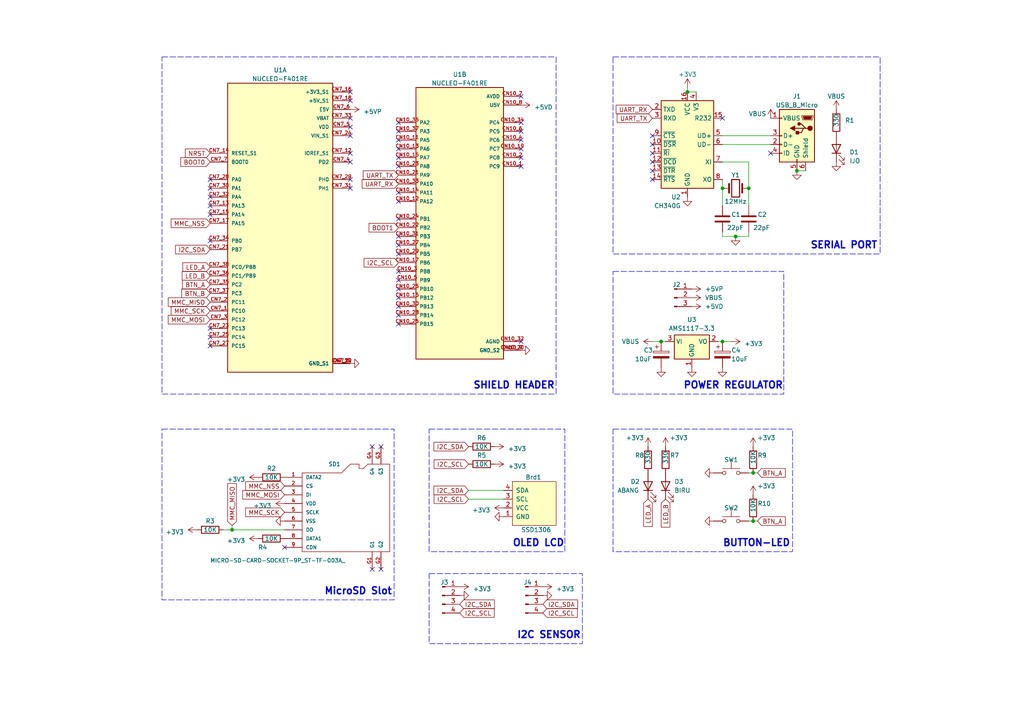
<source format=kicad_sch>
(kicad_sch (version 20230121) (generator eeschema)
  (paper "A4")
  (lib_symbols
    (symbol "Connector:Conn_01x03_Pin" (pin_names (offset 1.016) hide)
      (property "Reference" "J" (at 0 5.08 0))
      (property "Value" "Conn_01x03_Pin" (at 0 -5.08 0))
      (symbol "Conn_01x03_Pin_1_1"
        (polyline (pts (xy 1.27 -2.54) (xy 0.8636 -2.54)) (stroke (width 0.1524)))
        (polyline (pts (xy 1.27 0) (xy 0.8636 0)) (stroke (width 0.1524)))
        (polyline (pts (xy 1.27 2.54) (xy 0.8636 2.54)) (stroke (width 0.1524)))
        (rectangle (start 0.8636 -2.413) (end 0 -2.667) (stroke (width 0.1524)) (fill (type outline)))
        (rectangle (start 0.8636 0.127) (end 0 -0.127) (stroke (width 0.1524)) (fill (type outline)))
        (rectangle (start 0.8636 2.667) (end 0 2.413) (stroke (width 0.1524)) (fill (type outline)))
        (pin passive line (at 5.08 2.54 180) (length 3.81) (name "Pin_1") (number "1"))
        (pin passive line (at 5.08 0 180) (length 3.81) (name "Pin_2") (number "2"))
        (pin passive line (at 5.08 -2.54 180) (length 3.81) (name "Pin_3") (number "3"))
      )
    )
    (symbol "Connector:Conn_01x04_Pin" (pin_names (offset 1.016) hide)
      (property "Reference" "J" (at 0 5.08 0))
      (property "Value" "Conn_01x04_Pin" (at 0 -7.62 0))
      (symbol "Conn_01x04_Pin_1_1"
        (polyline (pts (xy 1.27 -5.08) (xy 0.8636 -5.08)) (stroke (width 0.1524)))
        (polyline (pts (xy 1.27 -2.54) (xy 0.8636 -2.54)) (stroke (width 0.1524)))
        (polyline (pts (xy 1.27 0) (xy 0.8636 0)) (stroke (width 0.1524)))
        (polyline (pts (xy 1.27 2.54) (xy 0.8636 2.54)) (stroke (width 0.1524)))
        (rectangle (start 0.8636 -4.953) (end 0 -5.207) (stroke (width 0.1524)) (fill (type outline)))
        (rectangle (start 0.8636 -2.413) (end 0 -2.667) (stroke (width 0.1524)) (fill (type outline)))
        (rectangle (start 0.8636 0.127) (end 0 -0.127) (stroke (width 0.1524)) (fill (type outline)))
        (rectangle (start 0.8636 2.667) (end 0 2.413) (stroke (width 0.1524)) (fill (type outline)))
        (pin passive line (at 5.08 2.54 180) (length 3.81) (name "Pin_1") (number "1"))
        (pin passive line (at 5.08 0 180) (length 3.81) (name "Pin_2") (number "2"))
        (pin passive line (at 5.08 -2.54 180) (length 3.81) (name "Pin_3") (number "3"))
        (pin passive line (at 5.08 -5.08 180) (length 3.81) (name "Pin_4") (number "4"))
      )
    )
    (symbol "Connector:USB_B_Micro" (pin_names (offset 1.016))
      (property "Reference" "J" (at -5.08 11.43 0))
      (property "Value" "USB_B_Micro" (at -5.08 8.89 0))
      (symbol "USB_B_Micro_0_1"
        (rectangle (start -5.08 -7.62) (end 5.08 7.62) (stroke (width 0.254)) (fill (type background)))
        (circle (center -3.81 2.159) (radius 0.635) (stroke (width 0.254)) (fill (type outline)))
        (circle (center -0.635 3.429) (radius 0.381) (stroke (width 0.254)) (fill (type outline)))
        (rectangle (start -0.127 -7.62) (end 0.127 -6.858))
        (polyline (pts (xy -1.905 2.159) (xy 0.635 2.159)) (stroke (width 0.254)))
        (polyline (pts (xy -3.175 2.159) (xy -2.54 2.159) (xy -1.27 3.429) (xy -0.635 3.429)) (stroke (width 0.254)))
        (polyline (pts (xy -2.54 2.159) (xy -1.905 2.159) (xy -1.27 0.889) (xy 0 0.889)) (stroke (width 0.254)))
        (polyline (pts (xy 0.635 2.794) (xy 0.635 1.524) (xy 1.905 2.159) (xy 0.635 2.794)) (stroke (width 0.254)) (fill (type outline)))
        (polyline (pts (xy -4.318 5.588) (xy -1.778 5.588) (xy -2.032 4.826) (xy -4.064 4.826) (xy -4.318 5.588)) (fill (type outline)))
        (polyline (pts (xy -4.699 5.842) (xy -4.699 5.588) (xy -4.445 4.826) (xy -4.445 4.572) (xy -1.651 4.572) (xy -1.651 4.826) (xy -1.397 5.588) (xy -1.397 5.842) (xy -4.699 5.842)))
        (rectangle (start 0.254 1.27) (end -0.508 0.508) (stroke (width 0.254)) (fill (type outline)))
        (rectangle (start 5.08 -5.207) (end 4.318 -4.953))
        (rectangle (start 5.08 -2.667) (end 4.318 -2.413))
        (rectangle (start 5.08 -0.127) (end 4.318 0.127))
        (rectangle (start 5.08 4.953) (end 4.318 5.207))
      )
      (symbol "USB_B_Micro_1_1"
        (pin power_out line (at 7.62 5.08 180) (length 2.54) (name "VBUS") (number "1"))
        (pin bidirectional line (at 7.62 -2.54 180) (length 2.54) (name "D-") (number "2"))
        (pin bidirectional line (at 7.62 0 180) (length 2.54) (name "D+") (number "3"))
        (pin passive line (at 7.62 -5.08 180) (length 2.54) (name "ID") (number "4"))
        (pin power_out line (at 0 -10.16 90) (length 2.54) (name "GND") (number "5"))
        (pin passive line (at -2.54 -10.16 90) (length 2.54) (name "Shield") (number "6"))
      )
    )
    (symbol "Device:C" (pin_numbers hide) (pin_names (offset 0.254))
      (property "Reference" "C" (at 0.635 2.54 0))
      (property "Value" "C" (at 0.635 -2.54 0))
      (symbol "C_0_1"
        (polyline (pts (xy -2.032 -0.762) (xy 2.032 -0.762)) (stroke (width 0.508)))
        (polyline (pts (xy -2.032 0.762) (xy 2.032 0.762)) (stroke (width 0.508)))
      )
      (symbol "C_1_1"
        (pin passive line (at 0 3.81 270) (length 2.794) (name "~") (number "1"))
        (pin passive line (at 0 -3.81 90) (length 2.794) (name "~") (number "2"))
      )
    )
    (symbol "Device:C_Polarized" (pin_numbers hide) (pin_names (offset 0.254))
      (property "Reference" "C" (at 0.635 2.54 0))
      (property "Value" "C_Polarized" (at 0.635 -2.54 0))
      (symbol "C_Polarized_0_1"
        (rectangle (start -2.286 0.508) (end 2.286 1.016))
        (polyline (pts (xy -1.778 2.286) (xy -0.762 2.286)))
        (polyline (pts (xy -1.27 2.794) (xy -1.27 1.778)))
        (rectangle (start 2.286 -0.508) (end -2.286 -1.016) (fill (type outline)))
      )
      (symbol "C_Polarized_1_1"
        (pin passive line (at 0 3.81 270) (length 2.794) (name "~") (number "1"))
        (pin passive line (at 0 -3.81 90) (length 2.794) (name "~") (number "2"))
      )
    )
    (symbol "Device:Crystal" (pin_numbers hide) (pin_names (offset 1.016) hide)
      (property "Reference" "Y" (at 0 3.81 0))
      (property "Value" "Crystal" (at 0 -3.81 0))
      (symbol "Crystal_0_1"
        (rectangle (start -1.143 2.54) (end 1.143 -2.54) (stroke (width 0.3048)))
        (polyline (pts (xy -2.54 0) (xy -1.905 0)))
        (polyline (pts (xy -1.905 -1.27) (xy -1.905 1.27)) (stroke (width 0.508)))
        (polyline (pts (xy 1.905 -1.27) (xy 1.905 1.27)) (stroke (width 0.508)))
        (polyline (pts (xy 2.54 0) (xy 1.905 0)))
      )
      (symbol "Crystal_1_1"
        (pin passive line (at -3.81 0 0) (length 1.27) (name "1") (number "1"))
        (pin passive line (at 3.81 0 180) (length 1.27) (name "2") (number "2"))
      )
    )
    (symbol "Device:LED" (pin_numbers hide) (pin_names (offset 1.016) hide)
      (property "Reference" "D" (at 0 2.54 0))
      (property "Value" "LED" (at 0 -2.54 0))
      (symbol "LED_0_1"
        (polyline (pts (xy -1.27 -1.27) (xy -1.27 1.27)) (stroke (width 0.254)))
        (polyline (pts (xy -1.27 0) (xy 1.27 0)))
        (polyline (pts (xy 1.27 -1.27) (xy 1.27 1.27) (xy -1.27 0) (xy 1.27 -1.27)) (stroke (width 0.254)))
        (polyline (pts (xy -3.048 -0.762) (xy -4.572 -2.286) (xy -3.81 -2.286) (xy -4.572 -2.286) (xy -4.572 -1.524)))
        (polyline (pts (xy -1.778 -0.762) (xy -3.302 -2.286) (xy -2.54 -2.286) (xy -3.302 -2.286) (xy -3.302 -1.524)))
      )
      (symbol "LED_1_1"
        (pin passive line (at -3.81 0 0) (length 2.54) (name "K") (number "1"))
        (pin passive line (at 3.81 0 180) (length 2.54) (name "A") (number "2"))
      )
    )
    (symbol "Device:R" (pin_numbers hide) (pin_names (offset 0))
      (property "Reference" "R" (at 2.032 0 90))
      (property "Value" "R" (at 0 0 90))
      (symbol "R_0_1"
        (rectangle (start -1.016 -2.54) (end 1.016 2.54) (stroke (width 0.254)))
      )
      (symbol "R_1_1"
        (pin passive line (at 0 3.81 270) (length 1.27) (name "~") (number "1"))
        (pin passive line (at 0 -3.81 90) (length 1.27) (name "~") (number "2"))
      )
    )
    (symbol "Interface_USB:CH340G"
      (property "Reference" "U" (at -5.08 13.97 0))
      (property "Value" "CH340G" (at 1.27 13.97 0))
      (symbol "CH340G_0_1"
        (rectangle (start -7.62 12.7) (end 7.62 -12.7) (stroke (width 0.254)) (fill (type background)))
      )
      (symbol "CH340G_1_1"
        (pin power_in line (at 0 -15.24 90) (length 2.54) (name "GND") (number "1"))
        (pin input line (at 10.16 0 180) (length 2.54) (name "~{DSR}") (number "10"))
        (pin input line (at 10.16 -2.54 180) (length 2.54) (name "~{RI}") (number "11"))
        (pin input line (at 10.16 -5.08 180) (length 2.54) (name "~{DCD}") (number "12"))
        (pin output line (at 10.16 -7.62 180) (length 2.54) (name "~{DTR}") (number "13"))
        (pin output line (at 10.16 -10.16 180) (length 2.54) (name "~{RTS}") (number "14"))
        (pin input line (at -10.16 7.62 0) (length 2.54) (name "R232") (number "15"))
        (pin power_in line (at 0 15.24 270) (length 2.54) (name "VCC") (number "16"))
        (pin output line (at 10.16 10.16 180) (length 2.54) (name "TXD") (number "2"))
        (pin input line (at 10.16 7.62 180) (length 2.54) (name "RXD") (number "3"))
        (pin passive line (at -2.54 15.24 270) (length 2.54) (name "V3") (number "4"))
        (pin bidirectional line (at -10.16 2.54 0) (length 2.54) (name "UD+") (number "5"))
        (pin bidirectional line (at -10.16 0 0) (length 2.54) (name "UD-") (number "6"))
        (pin input line (at -10.16 -5.08 0) (length 2.54) (name "XI") (number "7"))
        (pin output line (at -10.16 -10.16 0) (length 2.54) (name "XO") (number "8"))
        (pin input line (at 10.16 2.54 180) (length 2.54) (name "~{CTS}") (number "9"))
      )
    )
    (symbol "NUCLEO-F401RE:NUCLEO-F401RE" (pin_names (offset 1.016))
      (property "Reference" "U" (at -15.24 41.91 0))
      (property "Value" "NUCLEO-F401RE" (at -15.24 -44.45 0))
      (symbol "NUCLEO-F401RE_1_0"
        (rectangle (start -15.24 -43.18) (end 15.24 40.64) (stroke (width 0.254)) (fill (type background)))
        (pin bidirectional line (at -20.32 -25.4 0) (length 5.08) (name "PC10") (number "CN7_1"))
        (pin bidirectional line (at 20.32 20.32 180) (length 5.08) (name "IOREF_S1") (number "CN7_12"))
        (pin bidirectional line (at -20.32 5.08 0) (length 5.08) (name "PA13") (number "CN7_13"))
        (pin bidirectional line (at -20.32 20.32 0) (length 5.08) (name "RESET_S1") (number "CN7_14"))
        (pin bidirectional line (at -20.32 2.54 0) (length 5.08) (name "PA14") (number "CN7_15"))
        (pin power_in line (at 20.32 38.1 180) (length 5.08) (name "+3V3_S1") (number "CN7_16"))
        (pin bidirectional line (at -20.32 0 0) (length 5.08) (name "PA15") (number "CN7_17"))
        (pin power_in line (at 20.32 35.56 180) (length 5.08) (name "+5V_S1") (number "CN7_18"))
        (pin power_in line (at 20.32 -40.64 180) (length 5.08) (name "GND_S1") (number "CN7_19"))
        (pin bidirectional line (at -20.32 -22.86 0) (length 5.08) (name "PC11") (number "CN7_2"))
        (pin power_in line (at 20.32 -40.64 180) (length 5.08) (name "GND_S1") (number "CN7_20"))
        (pin bidirectional line (at -20.32 -7.62 0) (length 5.08) (name "PB7") (number "CN7_21"))
        (pin power_in line (at 20.32 -40.64 180) (length 5.08) (name "GND_S1") (number "CN7_22"))
        (pin bidirectional line (at -20.32 -30.48 0) (length 5.08) (name "PC13") (number "CN7_23"))
        (pin power_in line (at 20.32 25.4 180) (length 5.08) (name "VIN_S1") (number "CN7_24"))
        (pin bidirectional line (at -20.32 -33.02 0) (length 5.08) (name "PC14") (number "CN7_25"))
        (pin bidirectional line (at -20.32 -35.56 0) (length 5.08) (name "PC15") (number "CN7_27"))
        (pin bidirectional line (at -20.32 12.7 0) (length 5.08) (name "PA0") (number "CN7_28"))
        (pin bidirectional line (at 20.32 12.7 180) (length 5.08) (name "PH0") (number "CN7_29"))
        (pin bidirectional line (at -20.32 -27.94 0) (length 5.08) (name "PC12") (number "CN7_3"))
        (pin bidirectional line (at -20.32 10.16 0) (length 5.08) (name "PA1") (number "CN7_30"))
        (pin bidirectional line (at 20.32 10.16 180) (length 5.08) (name "PH1") (number "CN7_31"))
        (pin bidirectional line (at -20.32 7.62 0) (length 5.08) (name "PA4") (number "CN7_32"))
        (pin power_in line (at 20.32 30.48 180) (length 5.08) (name "VBAT") (number "CN7_33"))
        (pin bidirectional line (at -20.32 -5.08 0) (length 5.08) (name "PB0") (number "CN7_34"))
        (pin bidirectional line (at -20.32 -17.78 0) (length 5.08) (name "PC2") (number "CN7_35"))
        (pin bidirectional line (at -20.32 -15.24 0) (length 5.08) (name "PC1/PB9") (number "CN7_36"))
        (pin bidirectional line (at -20.32 -20.32 0) (length 5.08) (name "PC3") (number "CN7_37"))
        (pin bidirectional line (at -20.32 -12.7 0) (length 5.08) (name "PC0/PB8") (number "CN7_38"))
        (pin bidirectional line (at 20.32 17.78 180) (length 5.08) (name "PD2") (number "CN7_4"))
        (pin power_in line (at 20.32 27.94 180) (length 5.08) (name "VDD") (number "CN7_5"))
        (pin power_in line (at 20.32 33.02 180) (length 5.08) (name "E5V") (number "CN7_6"))
        (pin bidirectional line (at -20.32 17.78 0) (length 5.08) (name "BOOT0") (number "CN7_7"))
        (pin power_in line (at 20.32 -40.64 180) (length 5.08) (name "GND_S1") (number "CN7_8"))
      )
      (symbol "NUCLEO-F401RE_2_0"
        (rectangle (start -12.7 -40.64) (end 12.7 38.1) (stroke (width 0.254)) (fill (type background)))
        (pin bidirectional line (at 17.78 15.24 180) (length 5.08) (name "PC9") (number "CN10_1"))
        (pin bidirectional line (at -17.78 22.86 0) (length 5.08) (name "PA5") (number "CN10_11"))
        (pin bidirectional line (at -17.78 5.08 0) (length 5.08) (name "PA12") (number "CN10_12"))
        (pin bidirectional line (at -17.78 20.32 0) (length 5.08) (name "PA6") (number "CN10_13"))
        (pin bidirectional line (at -17.78 7.62 0) (length 5.08) (name "PA11") (number "CN10_14"))
        (pin bidirectional line (at -17.78 17.78 0) (length 5.08) (name "PA7") (number "CN10_15"))
        (pin bidirectional line (at -17.78 -22.86 0) (length 5.08) (name "PB12") (number "CN10_16"))
        (pin bidirectional line (at -17.78 -12.7 0) (length 5.08) (name "PB6") (number "CN10_17"))
        (pin bidirectional line (at 17.78 20.32 180) (length 5.08) (name "PC7") (number "CN10_19"))
        (pin bidirectional line (at 17.78 17.78 180) (length 5.08) (name "PC8") (number "CN10_2"))
        (pin power_in line (at 17.78 -38.1 180) (length 5.08) (name "GND_S2") (number "CN10_20"))
        (pin bidirectional line (at -17.78 12.7 0) (length 5.08) (name "PA9") (number "CN10_21"))
        (pin bidirectional line (at -17.78 -2.54 0) (length 5.08) (name "PB2") (number "CN10_22"))
        (pin bidirectional line (at -17.78 15.24 0) (length 5.08) (name "PA8") (number "CN10_23"))
        (pin bidirectional line (at -17.78 0 0) (length 5.08) (name "PB1") (number "CN10_24"))
        (pin bidirectional line (at -17.78 -20.32 0) (length 5.08) (name "PB10") (number "CN10_25"))
        (pin bidirectional line (at -17.78 -30.48 0) (length 5.08) (name "PB15") (number "CN10_26"))
        (pin bidirectional line (at -17.78 -7.62 0) (length 5.08) (name "PB4") (number "CN10_27"))
        (pin bidirectional line (at -17.78 -27.94 0) (length 5.08) (name "PB14") (number "CN10_28"))
        (pin bidirectional line (at -17.78 -10.16 0) (length 5.08) (name "PB5") (number "CN10_29"))
        (pin bidirectional line (at -17.78 -15.24 0) (length 5.08) (name "PB8") (number "CN10_3"))
        (pin bidirectional line (at -17.78 -25.4 0) (length 5.08) (name "PB13") (number "CN10_30"))
        (pin bidirectional line (at -17.78 -5.08 0) (length 5.08) (name "PB3") (number "CN10_31"))
        (pin power_in line (at 17.78 -35.56 180) (length 5.08) (name "AGND") (number "CN10_32"))
        (pin bidirectional line (at -17.78 10.16 0) (length 5.08) (name "PA10") (number "CN10_33"))
        (pin bidirectional line (at 17.78 27.94 180) (length 5.08) (name "PC4") (number "CN10_34"))
        (pin bidirectional line (at -17.78 27.94 0) (length 5.08) (name "PA2") (number "CN10_35"))
        (pin bidirectional line (at -17.78 25.4 0) (length 5.08) (name "PA3") (number "CN10_37"))
        (pin bidirectional line (at 17.78 22.86 180) (length 5.08) (name "PC6") (number "CN10_4"))
        (pin bidirectional line (at -17.78 -17.78 0) (length 5.08) (name "PB9") (number "CN10_5"))
        (pin bidirectional line (at 17.78 25.4 180) (length 5.08) (name "PC5") (number "CN10_6"))
        (pin power_in line (at 17.78 35.56 180) (length 5.08) (name "AVDD") (number "CN10_7"))
        (pin power_in line (at 17.78 33.02 180) (length 5.08) (name "U5V") (number "CN10_8"))
        (pin power_in line (at 17.78 -38.1 180) (length 5.08) (name "GND_S2") (number "CN10_9"))
      )
      (symbol "NUCLEO-F401RE_3_0"
        (rectangle (start -10.16 -12.7) (end 10.16 10.16) (stroke (width 0.254)) (fill (type background)))
        (pin bidirectional line (at -15.24 -5.08 0) (length 5.08) (name "IOREF") (number "CN6_2"))
        (pin bidirectional line (at -15.24 -2.54 0) (length 5.08) (name "RESET") (number "CN6_3"))
        (pin power_in line (at 15.24 2.54 180) (length 5.08) (name "+3V3") (number "CN6_4"))
        (pin power_in line (at 15.24 5.08 180) (length 5.08) (name "+5V") (number "CN6_5"))
        (pin power_in line (at 15.24 -10.16 180) (length 5.08) (name "GND") (number "CN6_6"))
        (pin power_in line (at 15.24 -10.16 180) (length 5.08) (name "GND") (number "CN6_7"))
        (pin power_in line (at 15.24 7.62 180) (length 5.08) (name "VIN") (number "CN6_8"))
      )
      (symbol "NUCLEO-F401RE_4_0"
        (rectangle (start -5.08 -12.7) (end 5.08 12.7) (stroke (width 0.254)) (fill (type background)))
        (pin input line (at -10.16 10.16 0) (length 5.08) (name "D0") (number "CN9_1"))
        (pin output line (at -10.16 7.62 0) (length 5.08) (name "D1") (number "CN9_2"))
        (pin bidirectional line (at -10.16 2.54 0) (length 5.08) (name "D2") (number "CN9_3"))
        (pin bidirectional line (at -10.16 0 0) (length 5.08) (name "D3") (number "CN9_4"))
        (pin bidirectional line (at -10.16 -2.54 0) (length 5.08) (name "D4") (number "CN9_5"))
        (pin bidirectional line (at -10.16 -5.08 0) (length 5.08) (name "D5") (number "CN9_6"))
        (pin bidirectional line (at -10.16 -7.62 0) (length 5.08) (name "D6") (number "CN9_7"))
        (pin bidirectional line (at -10.16 -10.16 0) (length 5.08) (name "D7") (number "CN9_8"))
      )
      (symbol "NUCLEO-F401RE_5_0"
        (rectangle (start -5.08 -10.16) (end 5.08 7.62) (stroke (width 0.254)) (fill (type background)))
        (pin input line (at -10.16 5.08 0) (length 5.08) (name "A0") (number "CN8_1"))
        (pin input line (at -10.16 2.54 0) (length 5.08) (name "A1") (number "CN8_2"))
        (pin input line (at -10.16 0 0) (length 5.08) (name "A2") (number "CN8_3"))
        (pin input line (at -10.16 -2.54 0) (length 5.08) (name "A3") (number "CN8_4"))
        (pin input line (at -10.16 -5.08 0) (length 5.08) (name "A4") (number "CN8_5"))
        (pin input line (at -10.16 -7.62 0) (length 5.08) (name "A5") (number "CN8_6"))
      )
      (symbol "NUCLEO-F401RE_6_0"
        (rectangle (start -10.16 -17.78) (end 10.16 15.24) (stroke (width 0.254)) (fill (type background)))
        (pin bidirectional line (at -15.24 7.62 0) (length 5.08) (name "D8") (number "CN5_1"))
        (pin bidirectional clock (at -15.24 -10.16 0) (length 5.08) (name "D15") (number "CN5_10"))
        (pin bidirectional line (at -15.24 5.08 0) (length 5.08) (name "D9") (number "CN5_2"))
        (pin bidirectional line (at -15.24 2.54 0) (length 5.08) (name "D10") (number "CN5_3"))
        (pin bidirectional line (at -15.24 0 0) (length 5.08) (name "D11") (number "CN5_4"))
        (pin bidirectional line (at -15.24 -2.54 0) (length 5.08) (name "D12") (number "CN5_5"))
        (pin bidirectional clock (at -15.24 -5.08 0) (length 5.08) (name "D13") (number "CN5_6"))
        (pin power_in line (at 15.24 -15.24 180) (length 5.08) (name "GND_S6") (number "CN5_7"))
        (pin power_in line (at 15.24 12.7 180) (length 5.08) (name "AREF") (number "CN5_8"))
        (pin bidirectional line (at -15.24 -7.62 0) (length 5.08) (name "D14") (number "CN5_9"))
      )
    )
    (symbol "OPL_Connector:MICRO-SD-CARD-SOCKET-9P_ST-TF-003A_" (pin_names (offset 1.016))
      (property "Reference" "SD" (at -13.97 12.7 0))
      (property "Value" "MICRO-SD-CARD-SOCKET-9P_ST-TF-003A_" (at -7.62 12.7 0))
      (symbol "MICRO-SD-CARD-SOCKET-9P_ST-TF-003A__1_0"
        (polyline (pts (xy -12.7 -11.43) (xy 12.7 -11.43)))
        (polyline (pts (xy -12.7 11.43) (xy -12.7 -11.43)))
        (polyline (pts (xy -1.27 11.43) (xy -12.7 11.43)))
        (polyline (pts (xy 1.27 13.97) (xy -1.27 11.43)))
        (polyline (pts (xy 3.81 12.7) (xy 3.81 13.97)))
        (polyline (pts (xy 3.81 13.97) (xy 1.27 13.97)))
        (polyline (pts (xy 5.08 12.7) (xy 3.81 12.7)))
        (polyline (pts (xy 6.35 13.97) (xy 5.08 12.7)))
        (polyline (pts (xy 12.7 -11.43) (xy 12.7 13.97)))
        (polyline (pts (xy 12.7 13.97) (xy 6.35 13.97)))
      )
      (symbol "MICRO-SD-CARD-SOCKET-9P_ST-TF-003A__1_1"
        (pin bidirectional line (at -17.78 10.16 0) (length 5.08) (name "DATA2") (number "1"))
        (pin bidirectional line (at -17.78 7.62 0) (length 5.08) (name "CS") (number "2"))
        (pin bidirectional line (at -17.78 5.08 0) (length 5.08) (name "DI") (number "3"))
        (pin bidirectional line (at -17.78 2.54 0) (length 5.08) (name "VDD") (number "4"))
        (pin bidirectional line (at -17.78 0 0) (length 5.08) (name "SCLK") (number "5"))
        (pin bidirectional line (at -17.78 -2.54 0) (length 5.08) (name "VSS") (number "6"))
        (pin bidirectional line (at -17.78 -5.08 0) (length 5.08) (name "DO") (number "7"))
        (pin bidirectional line (at -17.78 -7.62 0) (length 5.08) (name "DATA1") (number "8"))
        (pin bidirectional line (at -17.78 -10.16 0) (length 5.08) (name "CDN") (number "9"))
        (pin bidirectional line (at 7.62 -16.51 90) (length 5.08) (name "G1") (number "G1"))
        (pin bidirectional line (at 10.16 -16.51 90) (length 5.08) (name "G2") (number "G2"))
        (pin bidirectional line (at 10.16 19.05 270) (length 5.08) (name "G3") (number "G3"))
        (pin bidirectional line (at 7.62 19.05 270) (length 5.08) (name "G4") (number "G4"))
      )
    )
    (symbol "Regulator_Linear:AMS1117-3.3"
      (property "Reference" "U" (at -3.81 3.175 0))
      (property "Value" "AMS1117-3.3" (at 0 3.175 0))
      (symbol "AMS1117-3.3_0_1"
        (rectangle (start -5.08 -5.08) (end 5.08 1.905) (stroke (width 0.254)) (fill (type background)))
      )
      (symbol "AMS1117-3.3_1_1"
        (pin power_in line (at 0 -7.62 90) (length 2.54) (name "GND") (number "1"))
        (pin power_out line (at 7.62 0 180) (length 2.54) (name "VO") (number "2"))
        (pin power_in line (at -7.62 0 0) (length 2.54) (name "VI") (number "3"))
      )
    )
    (symbol "SSD1306-128x64_OLED:SSD1306" (pin_names (offset 1.016))
      (property "Reference" "Brd" (at 0 -3.81 0))
      (property "Value" "SSD1306" (at 0 -1.27 0))
      (symbol "SSD1306_0_1"
        (rectangle (start -6.35 6.35) (end 6.35 -6.35) (fill (type background)))
      )
      (symbol "SSD1306_1_1"
        (pin input line (at -3.81 8.89 270) (length 2.54) (name "GND") (number "1"))
        (pin input line (at -1.27 8.89 270) (length 2.54) (name "VCC") (number "2"))
        (pin input line (at 1.27 8.89 270) (length 2.54) (name "SCL") (number "3"))
        (pin input line (at 3.81 8.89 270) (length 2.54) (name "SDA") (number "4"))
      )
    )
    (symbol "Switch:SW_Push" (pin_numbers hide) (pin_names (offset 1.016) hide)
      (property "Reference" "SW" (at 1.27 2.54 0))
      (property "Value" "SW_Push" (at 0 -1.524 0))
      (symbol "SW_Push_0_1"
        (circle (center -2.032 0) (radius 0.508))
        (polyline (pts (xy 0 1.27) (xy 0 3.048)))
        (polyline (pts (xy 2.54 1.27) (xy -2.54 1.27)))
        (circle (center 2.032 0) (radius 0.508))
        (pin passive line (at -5.08 0 0) (length 2.54) (name "1") (number "1"))
        (pin passive line (at 5.08 0 180) (length 2.54) (name "2") (number "2"))
      )
    )
    (symbol "power:+3V3" (power) (pin_names (offset 0))
      (property "Value" "+3V3" (at 0 3.556 0))
      (symbol "+3V3_0_1"
        (polyline (pts (xy -0.762 1.27) (xy 0 2.54)))
        (polyline (pts (xy 0 0) (xy 0 2.54)))
        (polyline (pts (xy 0 2.54) (xy 0.762 1.27)))
      )
      (symbol "+3V3_1_1"
        (pin power_in line (at 0 0 90) (length 0) hide (name "+3V3") (number "1"))
      )
    )
    (symbol "power:+5VD" (power) (pin_names (offset 0))
      (property "Value" "+5VD" (at 0 3.556 0))
      (symbol "+5VD_0_1"
        (polyline (pts (xy -0.762 1.27) (xy 0 2.54)))
        (polyline (pts (xy 0 0) (xy 0 2.54)))
        (polyline (pts (xy 0 2.54) (xy 0.762 1.27)))
      )
      (symbol "+5VD_1_1"
        (pin power_in line (at 0 0 90) (length 0) hide (name "+5VD") (number "1"))
      )
    )
    (symbol "power:+5VP" (power) (pin_names (offset 0))
      (property "Value" "+5VP" (at 0 3.556 0))
      (symbol "+5VP_0_1"
        (polyline (pts (xy -0.762 1.27) (xy 0 2.54)))
        (polyline (pts (xy 0 0) (xy 0 2.54)))
        (polyline (pts (xy 0 2.54) (xy 0.762 1.27)))
      )
      (symbol "+5VP_1_1"
        (pin power_in line (at 0 0 90) (length 0) hide (name "+5VP") (number "1"))
      )
    )
    (symbol "power:GND" (power) (pin_names (offset 0))
      (property "Value" "GND" (at 0 -3.81 0))
      (symbol "GND_0_1"
        (polyline (pts (xy 0 0) (xy 0 -1.27) (xy 1.27 -1.27) (xy 0 -2.54) (xy -1.27 -1.27) (xy 0 -1.27)))
      )
      (symbol "GND_1_1"
        (pin power_in line (at 0 0 270) (length 0) hide (name "GND") (number "1"))
      )
    )
    (symbol "power:VBUS" (power) (pin_names (offset 0))
      (property "Value" "VBUS" (at 0 3.81 0))
      (symbol "VBUS_0_1"
        (polyline (pts (xy -0.762 1.27) (xy 0 2.54)))
        (polyline (pts (xy 0 0) (xy 0 2.54)))
        (polyline (pts (xy 0 2.54) (xy 0.762 1.27)))
      )
      (symbol "VBUS_1_1"
        (pin power_in line (at 0 0 90) (length 0) hide (name "VBUS") (number "1"))
      )
    )
  )
  (junction (at 217.17 54.61))
  (junction (at 67.31 153.67))
  (junction (at 218.44 137.16))
  (junction (at 209.55 99.06))
  (junction (at 199.39 26.67))
  (junction (at 231.14 49.53))
  (junction (at 209.55 54.61))
  (junction (at 213.36 68.58))
  (junction (at 218.44 151.13))
  (junction (at 191.77 99.06))
  (no_connect (at 101.6 34.29))
  (no_connect (at 189.23 52.07))
  (no_connect (at 115.57 83.82))
  (no_connect (at 189.23 49.53))
  (no_connect (at 82.55 158.75))
  (no_connect (at 115.57 35.56))
  (no_connect (at 189.23 44.45))
  (no_connect (at 115.57 55.88))
  (no_connect (at 101.6 44.45))
  (no_connect (at 115.57 81.28))
  (no_connect (at 60.96 69.85))
  (no_connect (at 115.57 58.42))
  (no_connect (at 115.57 71.12))
  (no_connect (at 115.57 40.64))
  (no_connect (at 115.57 88.9))
  (no_connect (at 189.23 41.91))
  (no_connect (at 101.6 39.37))
  (no_connect (at 223.52 44.45))
  (no_connect (at 60.96 57.15))
  (no_connect (at 115.57 78.74))
  (no_connect (at 115.57 73.66))
  (no_connect (at 115.57 68.58))
  (no_connect (at 60.96 52.07))
  (no_connect (at 115.57 86.36))
  (no_connect (at 115.57 43.18))
  (no_connect (at 189.23 39.37))
  (no_connect (at 151.13 27.94))
  (no_connect (at 151.13 99.06))
  (no_connect (at 101.6 52.07))
  (no_connect (at 115.57 48.26))
  (no_connect (at 101.6 54.61))
  (no_connect (at 60.96 54.61))
  (no_connect (at 115.57 93.98))
  (no_connect (at 101.6 46.99))
  (no_connect (at 189.23 46.99))
  (no_connect (at 107.95 165.1))
  (no_connect (at 209.55 34.29))
  (no_connect (at 151.13 43.18))
  (no_connect (at 60.96 62.23))
  (no_connect (at 115.57 63.5))
  (no_connect (at 151.13 48.26))
  (no_connect (at 101.6 36.83))
  (no_connect (at 151.13 40.64))
  (no_connect (at 115.57 38.1))
  (no_connect (at 151.13 45.72))
  (no_connect (at 107.95 129.54))
  (no_connect (at 60.96 95.25))
  (no_connect (at 60.96 100.33))
  (no_connect (at 151.13 38.1))
  (no_connect (at 115.57 91.44))
  (no_connect (at 101.6 26.67))
  (no_connect (at 60.96 59.69))
  (no_connect (at 110.49 129.54))
  (no_connect (at 151.13 35.56))
  (no_connect (at 60.96 97.79))
  (no_connect (at 115.57 45.72))
  (no_connect (at 101.6 29.21))
  (no_connect (at 110.49 165.1))
  (wire (pts (xy 217.17 54.61) (xy 217.17 59.69)))
  (wire (pts (xy 209.55 46.99) (xy 217.17 46.99)))
  (wire (pts (xy 67.31 152.4) (xy 67.31 153.67)))
  (wire (pts (xy 213.36 68.58) (xy 217.17 68.58)))
  (wire (pts (xy 189.23 99.06) (xy 191.77 99.06)))
  (wire (pts (xy 218.44 151.13) (xy 219.71 151.13)))
  (wire (pts (xy 199.39 26.67) (xy 201.93 26.67)))
  (wire (pts (xy 209.55 68.58) (xy 213.36 68.58)))
  (wire (pts (xy 191.77 99.06) (xy 193.04 99.06)))
  (wire (pts (xy 135.89 142.24) (xy 146.05 142.24)))
  (wire (pts (xy 217.17 151.13) (xy 218.44 151.13)))
  (wire (pts (xy 217.17 46.99) (xy 217.17 54.61)))
  (wire (pts (xy 209.55 52.07) (xy 209.55 54.61)))
  (wire (pts (xy 208.28 99.06) (xy 209.55 99.06)))
  (wire (pts (xy 64.77 153.67) (xy 67.31 153.67)))
  (wire (pts (xy 209.55 99.06) (xy 212.09 99.06)))
  (wire (pts (xy 199.39 25.4) (xy 199.39 26.67)))
  (wire (pts (xy 218.44 137.16) (xy 219.71 137.16)))
  (wire (pts (xy 209.55 67.31) (xy 209.55 68.58)))
  (wire (pts (xy 217.17 67.31) (xy 217.17 68.58)))
  (wire (pts (xy 67.31 153.67) (xy 82.55 153.67)))
  (wire (pts (xy 217.17 137.16) (xy 218.44 137.16)))
  (wire (pts (xy 135.89 144.78) (xy 146.05 144.78)))
  (wire (pts (xy 209.55 39.37) (xy 223.52 39.37)))
  (wire (pts (xy 209.55 54.61) (xy 209.55 59.69)))
  (wire (pts (xy 209.55 41.91) (xy 223.52 41.91)))
  (wire (pts (xy 231.14 49.53) (xy 233.68 49.53)))
  (rectangle (start 124.46 124.46) (end 163.83 160.02) (stroke (width 0) (type dash)))
  (rectangle (start 177.8 16.51) (end 255.27 73.66) (stroke (width 0) (type dash)))
  (rectangle (start 46.99 124.46) (end 114.3 173.99) (stroke (width 0) (type dash)))
  (rectangle (start 177.8 124.46) (end 229.87 160.02) (stroke (width 0) (type dash)))
  (rectangle (start 177.8 78.74) (end 227.33 114.3) (stroke (width 0) (type dash)))
  (rectangle (start 46.99 16.51) (end 161.29 114.3) (stroke (width 0) (type dash)))
  (rectangle (start 124.46 166.37) (end 168.91 186.69) (stroke (width 0) (type dash)))
  (text "BUTTON-LED\n" (at 209.55 158.75 0) (effects (font (size 2 2) bold) (justify left bottom)))
  (text "I2C SENSOR\n" (at 149.86 185.42 0) (effects (font (size 2 2) bold) (justify left bottom)))
  (text "MicroSD Slot" (at 93.98 172.72 0) (effects (font (size 2 2) bold) (justify left bottom)))
  (text "SHIELD HEADER\n" (at 137.16 113.03 0) (effects (font (size 2 2) (thickness 0.4) bold) (justify left bottom)))
  (text "POWER REGULATOR" (at 198.12 113.03 0) (effects (font (size 2 2) bold) (justify left bottom)))
  (text "OLED LCD\n" (at 148.59 158.75 0) (effects (font (size 2 2) bold) (justify left bottom)))
  (text "SERIAL PORT" (at 234.95 72.39 0) (effects (font (size 2 2) bold) (justify left bottom)))
  (global_label "MMC_SCK" (shape input) (at 60.96 90.17 180) (property "Intersheetrefs" "${INTERSHEET_REFS}" (effects hide)))
  (global_label "MMC_NSS" (shape input) (at 60.96 64.77 180) (property "Intersheetrefs" "${INTERSHEET_REFS}" (effects hide)))
  (global_label "MMC_MOSI" (shape input) (at 60.96 92.71 180) (property "Intersheetrefs" "${INTERSHEET_REFS}" (effects hide)))
  (global_label "BTN_A" (shape input) (at 60.96 82.55 180) (property "Intersheetrefs" "${INTERSHEET_REFS}" (effects hide)))
  (global_label "LED_B" (shape input) (at 193.04 144.78 270) (property "Intersheetrefs" "${INTERSHEET_REFS}" (effects hide)))
  (global_label "I2C_SDA" (shape input) (at 157.48 175.26 0) (property "Intersheetrefs" "${INTERSHEET_REFS}" (effects hide)))
  (global_label "UART_TX" (shape input) (at 189.23 34.29 180) (property "Intersheetrefs" "${INTERSHEET_REFS}" (effects hide)))
  (global_label "I2C_SDA" (shape input) (at 133.35 175.26 0) (property "Intersheetrefs" "${INTERSHEET_REFS}" (effects hide)))
  (global_label "BTN_A" (shape input) (at 219.71 151.13 0) (property "Intersheetrefs" "${INTERSHEET_REFS}" (effects hide)))
  (global_label "UART_RX" (shape input) (at 189.23 31.75 180) (property "Intersheetrefs" "${INTERSHEET_REFS}" (effects hide)))
  (global_label "MMC_SCK" (shape input) (at 82.55 148.59 180) (property "Intersheetrefs" "${INTERSHEET_REFS}" (effects hide)))
  (global_label "I2C_SDA" (shape input) (at 135.89 129.54 180) (property "Intersheetrefs" "${INTERSHEET_REFS}" (effects hide)))
  (global_label "UART_RX" (shape input) (at 115.57 53.34 180) (property "Intersheetrefs" "${INTERSHEET_REFS}" (effects hide)))
  (global_label "BTN_A" (shape input) (at 219.71 137.16 0) (property "Intersheetrefs" "${INTERSHEET_REFS}" (effects hide)))
  (global_label "MMC_MOSI" (shape input) (at 82.55 143.51 180) (property "Intersheetrefs" "${INTERSHEET_REFS}" (effects hide)))
  (global_label "I2C_SDA" (shape input) (at 135.89 142.24 180) (property "Intersheetrefs" "${INTERSHEET_REFS}" (effects hide)))
  (global_label "BTN_B" (shape input) (at 60.96 85.09 180) (property "Intersheetrefs" "${INTERSHEET_REFS}" (effects hide)))
  (global_label "LED_B" (shape input) (at 60.96 80.01 180) (property "Intersheetrefs" "${INTERSHEET_REFS}" (effects hide)))
  (global_label "NRST" (shape input) (at 60.96 44.45 180) (property "Intersheetrefs" "${INTERSHEET_REFS}" (effects hide)))
  (global_label "I2C_SCL" (shape input) (at 135.89 144.78 180) (property "Intersheetrefs" "${INTERSHEET_REFS}" (effects hide)))
  (global_label "MMC_MISO" (shape input) (at 60.96 87.63 180) (property "Intersheetrefs" "${INTERSHEET_REFS}" (effects hide)))
  (global_label "LED_A" (shape input) (at 60.96 77.47 180) (property "Intersheetrefs" "${INTERSHEET_REFS}" (effects hide)))
  (global_label "I2C_SCL" (shape input) (at 157.48 177.8 0) (property "Intersheetrefs" "${INTERSHEET_REFS}" (effects hide)))
  (global_label "MMC_NSS" (shape input) (at 82.55 140.97 180) (property "Intersheetrefs" "${INTERSHEET_REFS}" (effects hide)))
  (global_label "LED_A" (shape input) (at 187.96 144.78 270) (property "Intersheetrefs" "${INTERSHEET_REFS}" (effects hide)))
  (global_label "I2C_SCL" (shape input) (at 133.35 177.8 0) (property "Intersheetrefs" "${INTERSHEET_REFS}" (effects hide)))
  (global_label "MMC_MISO" (shape input) (at 67.31 152.4 90) (property "Intersheetrefs" "${INTERSHEET_REFS}" (effects hide)))
  (global_label "I2C_SDA" (shape input) (at 60.96 72.39 180) (property "Intersheetrefs" "${INTERSHEET_REFS}" (effects hide)))
  (global_label "UART_TX" (shape input) (at 115.57 50.8 180) (property "Intersheetrefs" "${INTERSHEET_REFS}" (effects hide)))
  (global_label "I2C_SCL" (shape input) (at 135.89 134.62 180) (property "Intersheetrefs" "${INTERSHEET_REFS}" (effects hide)))
  (global_label "BOOT0" (shape input) (at 60.96 46.99 180) (property "Intersheetrefs" "${INTERSHEET_REFS}" (effects hide)))
  (global_label "I2C_SCL" (shape input) (at 115.57 76.2 180) (property "Intersheetrefs" "${INTERSHEET_REFS}" (effects hide)))
  (global_label "BOOT1" (shape input) (at 115.57 66.04 180) (property "Intersheetrefs" "${INTERSHEET_REFS}" (effects hide)))
  (symbol (lib_id "OPL_Connector:MICRO-SD-CARD-SOCKET-9P_ST-TF-003A_") (at 100.33 148.59 0) (unit 1)
    (property "Reference" "SD1" (at 95.25 134.62 0) (effects (font (size 1.143 1.143)) (justify left)))
    (property "Value" "MICRO-SD-CARD-SOCKET-9P_ST-TF-003A_" (at 60.96 162.56 0) (effects (font (size 1.143 1.143)) (justify left)))
    (property "MPN" "ST-TF-003A" (effects hide))
    (property "SKU" "320090000" (effects hide))
  )
  (symbol (lib_id "Device:C") (at 217.17 63.5 0) (unit 1)
    (property "Reference" "C2" (at 219.71 62.23 0) (effects (justify left)))
    (property "Value" "22pF" (at 218.44 66.04 0) (effects (justify left)))
  )
  (symbol (lib_id "power:+3V3") (at 193.04 129.54 0) (unit 1)
    (property "Reference" "#PWR034" (effects hide))
    (property "Value" "+3V3" (at 196.85 127 0))
  )
  (symbol (lib_id "power:+5VP") (at 200.66 83.82 270) (unit 1)
    (property "Reference" "#PWR015" (effects hide))
    (property "Value" "+5VP" (at 204.47 83.82 90) (effects (justify left)))
  )
  (symbol (lib_id "power:+3V3") (at 212.09 99.06 270) (unit 1)
    (property "Reference" "#PWR017" (effects hide))
    (property "Value" "+3V3" (at 215.9 99.695 90) (effects (justify left)))
  )
  (symbol (lib_id "Switch:SW_Push") (at 212.09 137.16 0) (unit 1)
    (property "Reference" "SW1" (at 212.09 133.35 0))
    (property "Value" "SW_Push" (effects hide))
  )
  (symbol (lib_id "power:+3V3") (at 74.93 138.43 90) (unit 1)
    (property "Reference" "#PWR05" (effects hide))
    (property "Value" "+3V3" (at 71.12 139.065 90) (effects (justify left)))
  )
  (symbol (lib_id "Device:C_Polarized") (at 191.77 102.87 0) (unit 1)
    (property "Reference" "C3" (at 186.69 101.6 0) (effects (justify left)))
    (property "Value" "10uF" (at 184.15 104.14 0) (effects (justify left)))
  )
  (symbol (lib_id "power:GND") (at 242.57 46.99 0) (unit 1)
    (property "Reference" "#PWR012" (effects hide))
    (property "Value" "GND" (effects hide))
  )
  (symbol (lib_id "power:+3V3") (at 82.55 146.05 90) (unit 1)
    (property "Reference" "#PWR021" (effects hide))
    (property "Value" "+3V3" (at 78.74 146.685 90) (effects (justify left)))
  )
  (symbol (lib_id "NUCLEO-F401RE:NUCLEO-F401RE") (at 81.28 64.77 0) (unit 1)
    (property "Reference" "U1" (at 81.28 20.32 0))
    (property "Value" "NUCLEO-F401RE" (at 81.28 22.86 0))
    (property "Footprint" "ST_NUCLEO-F401RE" (effects hide))
    (property "PARTREV" "13" (effects hide))
    (property "STANDARD" "Manufacturer Recommendations" (effects hide))
    (property "MAXIMUM_PACKAGE_HEIGHT" "N/A" (effects hide))
    (property "MANUFACTURER" "STMicroelectronics" (effects hide))
  )
  (symbol (lib_id "Device:R") (at 187.96 133.35 0) (unit 1)
    (property "Reference" "R8" (at 184.15 132.08 0) (effects (justify left)))
    (property "Value" "330" (at 187.96 134.62 90) (effects (justify left)))
  )
  (symbol (lib_id "Connector:Conn_01x04_Pin") (at 152.4 172.72 0) (unit 1)
    (property "Reference" "J4" (at 153.035 168.91 0))
    (property "Value" "Conn_01x04_Pin" (effects hide))
  )
  (symbol (lib_id "power:VBUS") (at 189.23 99.06 90) (unit 1)
    (property "Reference" "#PWR016" (effects hide))
    (property "Value" "VBUS" (at 182.88 99.06 90))
  )
  (symbol (lib_id "Device:R") (at 139.7 129.54 270) (mirror x) (unit 1)
    (property "Reference" "R6" (at 139.7 127 90))
    (property "Value" "10K" (at 139.7 129.54 90))
  )
  (symbol (lib_id "power:GND") (at 151.13 101.6 90) (unit 1)
    (property "Reference" "#PWR04" (effects hide))
    (property "Value" "GND" (effects hide))
  )
  (symbol (lib_id "power:+3V3") (at 143.51 129.54 270) (mirror x) (unit 1)
    (property "Reference" "#PWR026" (effects hide))
    (property "Value" "+3V3" (at 147.32 130.175 90) (effects (justify left)))
  )
  (symbol (lib_id "Device:Crystal") (at 213.36 54.61 0) (unit 1)
    (property "Reference" "Y1" (at 213.36 50.8 0))
    (property "Value" "12MHz" (at 213.36 58.42 0))
  )
  (symbol (lib_id "Device:LED") (at 242.57 43.18 90) (unit 1)
    (property "Reference" "D1" (at 246.38 44.1325 90) (effects (justify right)))
    (property "Value" "IJO" (at 246.38 46.6725 90) (effects (justify right)))
  )
  (symbol (lib_id "Connector:Conn_01x04_Pin") (at 128.27 172.72 0) (unit 1)
    (property "Reference" "J3" (at 128.905 168.91 0))
    (property "Value" "Conn_01x04_Pin" (effects hide))
  )
  (symbol (lib_id "power:+3V3") (at 146.05 147.32 90) (unit 1)
    (property "Reference" "#PWR027" (effects hide))
    (property "Value" "+3V3" (at 142.24 147.955 90) (effects (justify left)))
  )
  (symbol (lib_id "Device:LED") (at 187.96 140.97 90) (unit 1)
    (property "Reference" "D2" (at 182.88 139.7 90) (effects (justify right)))
    (property "Value" "ABANG" (at 179.07 142.24 90) (effects (justify right)))
  )
  (symbol (lib_id "Device:R") (at 218.44 147.32 0) (unit 1)
    (property "Reference" "R10" (at 219.71 146.05 0) (effects (justify left)))
    (property "Value" "10K" (at 218.44 148.59 90) (effects (justify left)))
  )
  (symbol (lib_id "Device:LED") (at 193.04 140.97 90) (unit 1)
    (property "Reference" "D3" (at 195.58 139.7 90) (effects (justify right)))
    (property "Value" "BIRU" (at 195.58 142.24 90) (effects (justify right)))
  )
  (symbol (lib_id "power:+3V3") (at 143.51 134.62 270) (mirror x) (unit 1)
    (property "Reference" "#PWR025" (effects hide))
    (property "Value" "+3V3" (at 147.32 135.255 90) (effects (justify left)))
  )
  (symbol (lib_id "power:GND") (at 157.48 172.72 90) (unit 1)
    (property "Reference" "#PWR031" (effects hide))
    (property "Value" "GND" (effects hide))
  )
  (symbol (lib_id "Interface_USB:CH340G") (at 199.39 41.91 0) (mirror y) (unit 1)
    (property "Reference" "U2" (at 197.4341 57.15 0) (effects (justify left)))
    (property "Value" "CH340G" (at 197.4341 59.69 0) (effects (justify left)))
    (property "Footprint" "Package_SO:SOIC-16_3.9x9.9mm_P1.27mm" (effects hide))
    (property "Datasheet" "http://www.datasheet5.com/pdf-local-2195953" (effects hide))
  )
  (symbol (lib_id "Connector:Conn_01x03_Pin") (at 195.58 86.36 0) (unit 1)
    (property "Reference" "J2" (at 196.215 82.55 0))
    (property "Value" "Conn_01x03_Pin" (effects hide))
  )
  (symbol (lib_id "power:+3V3") (at 57.15 153.67 90) (unit 1)
    (property "Reference" "#PWR023" (effects hide))
    (property "Value" "+3V3" (at 53.34 154.305 90) (effects (justify left)))
  )
  (symbol (lib_id "power:+3V3") (at 133.35 170.18 270) (unit 1)
    (property "Reference" "#PWR029" (effects hide))
    (property "Value" "+3V3" (at 137.16 170.815 90) (effects (justify left)))
  )
  (symbol (lib_id "power:+3V3") (at 157.48 170.18 270) (unit 1)
    (property "Reference" "#PWR032" (effects hide))
    (property "Value" "+3V3" (at 161.29 170.815 90) (effects (justify left)))
  )
  (symbol (lib_id "power:+3V3") (at 74.93 156.21 90) (unit 1)
    (property "Reference" "#PWR024" (effects hide))
    (property "Value" "+3V3" (at 71.12 156.845 90) (effects (justify left)))
  )
  (symbol (lib_id "power:GND") (at 191.77 106.68 0) (unit 1)
    (property "Reference" "#PWR018" (effects hide))
    (property "Value" "GND" (effects hide))
  )
  (symbol (lib_id "Device:R") (at 218.44 133.35 0) (unit 1)
    (property "Reference" "R9" (at 219.71 132.08 0) (effects (justify left)))
    (property "Value" "10K" (at 218.44 134.62 90) (effects (justify left)))
  )
  (symbol (lib_id "Device:R") (at 78.74 138.43 90) (unit 1)
    (property "Reference" "R2" (at 78.74 135.89 90))
    (property "Value" "10K" (at 78.74 138.43 90))
  )
  (symbol (lib_id "power:VBUS") (at 242.57 31.75 0) (unit 1)
    (property "Reference" "#PWR01" (effects hide))
    (property "Value" "VBUS" (at 242.57 27.94 0))
  )
  (symbol (lib_id "power:GND") (at 133.35 172.72 90) (unit 1)
    (property "Reference" "#PWR030" (effects hide))
    (property "Value" "GND" (effects hide))
  )
  (symbol (lib_id "power:+3V3") (at 199.39 25.4 0) (unit 1)
    (property "Reference" "#PWR07" (effects hide))
    (property "Value" "+3V3" (at 199.39 21.59 0))
  )
  (symbol (lib_id "Connector:USB_B_Micro") (at 231.14 39.37 0) (mirror y) (unit 1)
    (property "Reference" "J1" (at 231.14 27.94 0))
    (property "Value" "USB_B_Micro" (at 231.14 30.48 0))
  )
  (symbol (lib_id "Device:R") (at 242.57 35.56 0) (unit 1)
    (property "Reference" "R1" (at 245.11 34.925 0) (effects (justify left)))
    (property "Value" "330" (at 242.57 36.83 90) (effects (justify left)))
  )
  (symbol (lib_id "Device:C_Polarized") (at 209.55 102.87 0) (unit 1)
    (property "Reference" "C4" (at 212.09 101.6 0) (effects (justify left)))
    (property "Value" "10uF" (at 212.09 104.14 0) (effects (justify left)))
  )
  (symbol (lib_id "power:+5VD") (at 151.13 30.48 270) (unit 1)
    (property "Reference" "#PWR06" (effects hide))
    (property "Value" "+5VD" (at 154.94 31.115 90) (effects (justify left)))
  )
  (symbol (lib_id "power:+5VP") (at 101.6 31.75 270) (unit 1)
    (property "Reference" "#PWR03" (effects hide))
    (property "Value" "+5VP" (at 105.41 32.385 90) (effects (justify left)))
  )
  (symbol (lib_id "power:GND") (at 213.36 68.58 0) (unit 1)
    (property "Reference" "#PWR09" (effects hide))
    (property "Value" "GND" (effects hide))
  )
  (symbol (lib_id "power:GND") (at 82.55 151.13 270) (unit 1)
    (property "Reference" "#PWR022" (effects hide))
    (property "Value" "GND" (effects hide))
  )
  (symbol (lib_id "power:GND") (at 207.01 137.16 270) (unit 1)
    (property "Reference" "#PWR036" (effects hide))
    (property "Value" "GND" (effects hide))
  )
  (symbol (lib_id "SSD1306-128x64_OLED:SSD1306") (at 154.94 146.05 90) (unit 1)
    (property "Reference" "Brd1" (at 152.4 138.43 90) (effects (justify right)))
    (property "Value" "SSD1306" (at 151.13 153.67 90) (effects (justify right)))
  )
  (symbol (lib_id "power:GND") (at 209.55 106.68 0) (unit 1)
    (property "Reference" "#PWR020" (effects hide))
    (property "Value" "GND" (effects hide))
  )
  (symbol (lib_id "power:GND") (at 101.6 105.41 90) (unit 1)
    (property "Reference" "#PWR02" (effects hide))
    (property "Value" "GND" (effects hide))
  )
  (symbol (lib_id "power:GND") (at 200.66 106.68 0) (unit 1)
    (property "Reference" "#PWR019" (effects hide))
    (property "Value" "GND" (effects hide))
  )
  (symbol (lib_id "power:VBUS") (at 223.52 34.29 0) (unit 1)
    (property "Reference" "#PWR011" (effects hide))
    (property "Value" "VBUS" (at 219.71 33.02 0))
  )
  (symbol (lib_id "power:+5VD") (at 200.66 88.9 270) (unit 1)
    (property "Reference" "#PWR014" (effects hide))
    (property "Value" "+5VD" (at 204.47 88.9 90) (effects (justify left)))
  )
  (symbol (lib_id "Device:R") (at 193.04 133.35 0) (unit 1)
    (property "Reference" "R7" (at 194.31 132.08 0) (effects (justify left)))
    (property "Value" "330" (at 193.04 134.62 90) (effects (justify left)))
  )
  (symbol (lib_id "Regulator_Linear:AMS1117-3.3") (at 200.66 99.06 0) (unit 1)
    (property "Reference" "U3" (at 200.66 92.71 0))
    (property "Value" "AMS1117-3.3" (at 200.66 95.25 0))
    (property "Footprint" "Package_TO_SOT_SMD:SOT-223-3_TabPin2" (effects hide))
    (property "Datasheet" "http://www.advanced-monolithic.com/pdf/ds1117.pdf" (effects hide))
  )
  (symbol (lib_id "Device:R") (at 139.7 134.62 270) (mirror x) (unit 1)
    (property "Reference" "R5" (at 139.7 132.08 90))
    (property "Value" "10K" (at 139.7 134.62 90))
  )
  (symbol (lib_id "Switch:SW_Push") (at 212.09 151.13 0) (unit 1)
    (property "Reference" "SW2" (at 212.09 147.32 0))
    (property "Value" "SW_Push" (effects hide))
  )
  (symbol (lib_id "Device:R") (at 60.96 153.67 90) (unit 1)
    (property "Reference" "R3" (at 60.96 151.13 90))
    (property "Value" "10K" (at 60.96 153.67 90))
  )
  (symbol (lib_id "power:GND") (at 146.05 149.86 270) (unit 1)
    (property "Reference" "#PWR028" (effects hide))
    (property "Value" "GND" (effects hide))
  )
  (symbol (lib_id "Device:C") (at 209.55 63.5 0) (unit 1)
    (property "Reference" "C1" (at 212.09 62.23 0) (effects (justify left)))
    (property "Value" "22pF" (at 210.82 66.04 0) (effects (justify left)))
  )
  (symbol (lib_id "power:+3V3") (at 218.44 129.54 0) (unit 1)
    (property "Reference" "#PWR035" (effects hide))
    (property "Value" "+3V3" (at 222.25 127 0))
  )
  (symbol (lib_id "power:GND") (at 207.01 151.13 270) (unit 1)
    (property "Reference" "#PWR037" (effects hide))
    (property "Value" "GND" (effects hide))
  )
  (symbol (lib_id "power:GND") (at 199.39 57.15 0) (unit 1)
    (property "Reference" "#PWR08" (effects hide))
    (property "Value" "GND" (effects hide))
  )
  (symbol (lib_id "power:+3V3") (at 187.96 129.54 0) (unit 1)
    (property "Reference" "#PWR033" (effects hide))
    (property "Value" "+3V3" (at 184.15 127 0))
  )
  (symbol (lib_id "power:VBUS") (at 200.66 86.36 270) (unit 1)
    (property "Reference" "#PWR013" (effects hide))
    (property "Value" "VBUS" (at 207.01 86.36 90))
  )
  (symbol (lib_id "power:+3V3") (at 218.44 143.51 0) (unit 1)
    (property "Reference" "#PWR038" (effects hide))
    (property "Value" "+3V3" (at 222.25 140.97 0))
  )
  (symbol (lib_id "Device:R") (at 78.74 156.21 90) (unit 1)
    (property "Reference" "R4" (at 76.2 158.75 90))
    (property "Value" "10K" (at 78.74 156.21 90))
  )
  (symbol (lib_id "power:GND") (at 231.14 49.53 0) (unit 1)
    (property "Reference" "#PWR010" (effects hide))
    (property "Value" "GND" (effects hide))
  )
  (symbol (lib_id "NUCLEO-F401RE:NUCLEO-F401RE") (at 133.35 63.5 0) (unit 2)
    (property "Reference" "U1" (at 133.35 21.59 0))
    (property "Value" "NUCLEO-F401RE" (at 133.35 24.13 0))
    (property "Footprint" "ST_NUCLEO-F401RE" (effects hide))
    (property "PARTREV" "13" (effects hide))
    (property "STANDARD" "Manufacturer Recommendations" (effects hide))
    (property "MAXIMUM_PACKAGE_HEIGHT" "N/A" (effects hide))
    (property "MANUFACTURER" "STMicroelectronics" (effects hide))
  )
)
</source>
